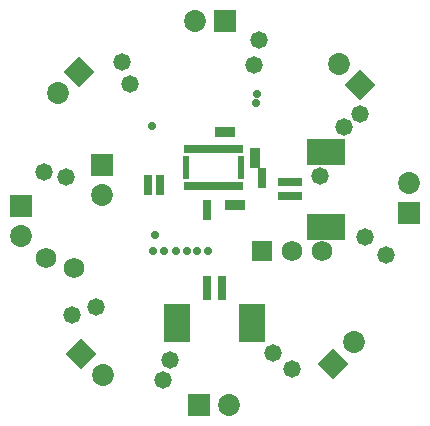
<source format=gbs>
G04 Layer_Color=8150272*
%FSLAX25Y25*%
%MOIN*%
G70*
G01*
G75*
%ADD56R,0.03477X0.03320*%
%ADD57C,0.06800*%
%ADD58C,0.07300*%
%ADD59P,0.10324X4X270.0*%
%ADD60R,0.07300X0.07300*%
%ADD61P,0.10324X4X360.0*%
%ADD62R,0.07300X0.07300*%
%ADD63R,0.06902X0.06902*%
%ADD64C,0.06902*%
%ADD65C,0.02800*%
%ADD66C,0.05800*%
%ADD67R,0.12611X0.09068*%
%ADD68R,0.07887X0.03162*%
%ADD69R,0.09068X0.12611*%
%ADD70R,0.03162X0.07887*%
%ADD71R,0.01981X0.02867*%
%ADD72R,0.02473X0.01981*%
%ADD73R,0.03162X0.03359*%
%ADD74R,0.03320X0.03477*%
D56*
X296890Y341831D02*
D03*
X300354D02*
D03*
X303701Y317323D02*
D03*
X300236D02*
D03*
D57*
X238976Y299606D02*
D03*
X248425Y296457D02*
D03*
D58*
X242921Y354732D02*
D03*
X230709Y307205D02*
D03*
X257866Y260638D02*
D03*
X300000Y250787D02*
D03*
X341724Y271646D02*
D03*
X359842Y324685D02*
D03*
X336622Y364559D02*
D03*
X288701Y378740D02*
D03*
X257480Y320590D02*
D03*
D59*
X249992Y361803D02*
D03*
X334653Y264575D02*
D03*
D60*
X230709Y317205D02*
D03*
X359842Y314685D02*
D03*
X257480Y330591D02*
D03*
D61*
X250795Y267709D02*
D03*
X343693Y357488D02*
D03*
D62*
X290000Y250787D02*
D03*
X298701Y378740D02*
D03*
D63*
X310866Y301969D02*
D03*
D64*
X320866D02*
D03*
X330866D02*
D03*
D65*
X275197Y307480D02*
D03*
X274213Y343898D02*
D03*
X274803Y301969D02*
D03*
X278346D02*
D03*
X292913D02*
D03*
X282283D02*
D03*
X285827D02*
D03*
X289370D02*
D03*
X309449Y354331D02*
D03*
X309055Y351417D02*
D03*
D66*
X338189Y343307D02*
D03*
X264173Y364961D02*
D03*
X266929Y357874D02*
D03*
X238189Y328346D02*
D03*
X245669Y326772D02*
D03*
X247638Y280709D02*
D03*
X255512Y283465D02*
D03*
X280433Y265748D02*
D03*
X314567Y268110D02*
D03*
X320866Y262598D02*
D03*
X352362Y300787D02*
D03*
X278071Y259055D02*
D03*
X345276Y306693D02*
D03*
X343693Y347646D02*
D03*
X309842Y372441D02*
D03*
X308268Y364173D02*
D03*
X330315Y327165D02*
D03*
D67*
X332283Y335236D02*
D03*
Y310236D02*
D03*
D68*
X320472Y320276D02*
D03*
Y325197D02*
D03*
D69*
X307677Y277953D02*
D03*
X282677D02*
D03*
D70*
X292717Y289764D02*
D03*
X297638D02*
D03*
D71*
X303740Y336073D02*
D03*
X301772D02*
D03*
X299803D02*
D03*
X297835D02*
D03*
X295866D02*
D03*
X293898D02*
D03*
X291929D02*
D03*
X289961D02*
D03*
X287992D02*
D03*
X286024D02*
D03*
Y323770D02*
D03*
X287992D02*
D03*
X289961D02*
D03*
X291929D02*
D03*
X293898D02*
D03*
X295866D02*
D03*
X297835D02*
D03*
X299803D02*
D03*
X301772D02*
D03*
X303740D02*
D03*
D72*
X303986Y326969D02*
D03*
Y328937D02*
D03*
Y330906D02*
D03*
Y332874D02*
D03*
X285778Y326969D02*
D03*
Y328937D02*
D03*
Y330906D02*
D03*
Y332874D02*
D03*
D73*
X273031Y322539D02*
D03*
Y325886D02*
D03*
X277067Y322539D02*
D03*
Y325886D02*
D03*
X292520Y314075D02*
D03*
Y317421D02*
D03*
X311024Y328051D02*
D03*
Y324705D02*
D03*
D74*
X308661Y334803D02*
D03*
Y331339D02*
D03*
M02*

</source>
